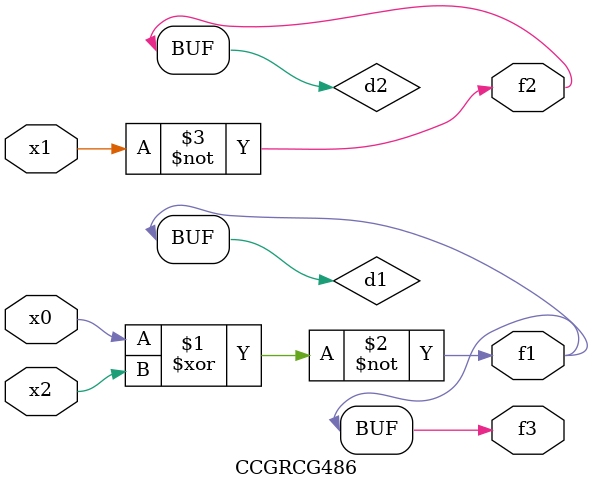
<source format=v>
module CCGRCG486(
	input x0, x1, x2,
	output f1, f2, f3
);

	wire d1, d2, d3;

	xnor (d1, x0, x2);
	nand (d2, x1);
	nor (d3, x1, x2);
	assign f1 = d1;
	assign f2 = d2;
	assign f3 = d1;
endmodule

</source>
